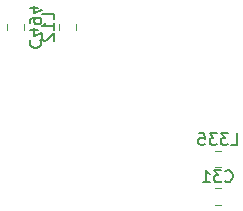
<source format=gbr>
%TF.GenerationSoftware,KiCad,Pcbnew,(5.1.10)-1*%
%TF.CreationDate,2021-09-06T20:05:53-04:00*%
%TF.ProjectId,BeagleBone-Black-Cape,42656167-6c65-4426-9f6e-652d426c6163,rev?*%
%TF.SameCoordinates,Original*%
%TF.FileFunction,Legend,Bot*%
%TF.FilePolarity,Positive*%
%FSLAX46Y46*%
G04 Gerber Fmt 4.6, Leading zero omitted, Abs format (unit mm)*
G04 Created by KiCad (PCBNEW (5.1.10)-1) date 2021-09-06 20:05:53*
%MOMM*%
%LPD*%
G01*
G04 APERTURE LIST*
%ADD10C,0.120000*%
%ADD11C,0.150000*%
G04 APERTURE END LIST*
D10*
%TO.C,L335*%
X140761352Y-96112400D02*
X140238848Y-96112400D01*
X140761352Y-94692400D02*
X140238848Y-94692400D01*
%TO.C,L12*%
X128510100Y-83956148D02*
X128510100Y-84478652D01*
X127090100Y-83956148D02*
X127090100Y-84478652D01*
%TO.C,C494*%
X122620100Y-84478652D02*
X122620100Y-83956148D01*
X124090100Y-84478652D02*
X124090100Y-83956148D01*
%TO.C,C31*%
X140761352Y-99312400D02*
X140238848Y-99312400D01*
X140761352Y-97842400D02*
X140238848Y-97842400D01*
%TO.C,L335*%
D11*
X141619147Y-94204780D02*
X142095338Y-94204780D01*
X142095338Y-93204780D01*
X141381052Y-93204780D02*
X140762004Y-93204780D01*
X141095338Y-93585733D01*
X140952480Y-93585733D01*
X140857242Y-93633352D01*
X140809623Y-93680971D01*
X140762004Y-93776209D01*
X140762004Y-94014304D01*
X140809623Y-94109542D01*
X140857242Y-94157161D01*
X140952480Y-94204780D01*
X141238195Y-94204780D01*
X141333433Y-94157161D01*
X141381052Y-94109542D01*
X140428671Y-93204780D02*
X139809623Y-93204780D01*
X140142957Y-93585733D01*
X140000100Y-93585733D01*
X139904861Y-93633352D01*
X139857242Y-93680971D01*
X139809623Y-93776209D01*
X139809623Y-94014304D01*
X139857242Y-94109542D01*
X139904861Y-94157161D01*
X140000100Y-94204780D01*
X140285814Y-94204780D01*
X140381052Y-94157161D01*
X140428671Y-94109542D01*
X138904861Y-93204780D02*
X139381052Y-93204780D01*
X139428671Y-93680971D01*
X139381052Y-93633352D01*
X139285814Y-93585733D01*
X139047719Y-93585733D01*
X138952480Y-93633352D01*
X138904861Y-93680971D01*
X138857242Y-93776209D01*
X138857242Y-94014304D01*
X138904861Y-94109542D01*
X138952480Y-94157161D01*
X139047719Y-94204780D01*
X139285814Y-94204780D01*
X139381052Y-94157161D01*
X139428671Y-94109542D01*
%TO.C,L12*%
X126602480Y-83574542D02*
X126602480Y-83098352D01*
X125602480Y-83098352D01*
X126602480Y-84431685D02*
X126602480Y-83860257D01*
X126602480Y-84145971D02*
X125602480Y-84145971D01*
X125745338Y-84050733D01*
X125840576Y-83955495D01*
X125888195Y-83860257D01*
X125697719Y-84812638D02*
X125650100Y-84860257D01*
X125602480Y-84955495D01*
X125602480Y-85193590D01*
X125650100Y-85288828D01*
X125697719Y-85336447D01*
X125792957Y-85384066D01*
X125888195Y-85384066D01*
X126031052Y-85336447D01*
X126602480Y-84765019D01*
X126602480Y-85384066D01*
%TO.C,C494*%
X124677957Y-85336447D02*
X124630338Y-85384066D01*
X124582719Y-85526923D01*
X124582719Y-85622161D01*
X124630338Y-85765019D01*
X124725576Y-85860257D01*
X124820814Y-85907876D01*
X125011290Y-85955495D01*
X125154147Y-85955495D01*
X125344623Y-85907876D01*
X125439861Y-85860257D01*
X125535100Y-85765019D01*
X125582719Y-85622161D01*
X125582719Y-85526923D01*
X125535100Y-85384066D01*
X125487480Y-85336447D01*
X125249385Y-84479304D02*
X124582719Y-84479304D01*
X125630338Y-84717400D02*
X124916052Y-84955495D01*
X124916052Y-84336447D01*
X124582719Y-83907876D02*
X124582719Y-83717400D01*
X124630338Y-83622161D01*
X124677957Y-83574542D01*
X124820814Y-83479304D01*
X125011290Y-83431685D01*
X125392242Y-83431685D01*
X125487480Y-83479304D01*
X125535100Y-83526923D01*
X125582719Y-83622161D01*
X125582719Y-83812638D01*
X125535100Y-83907876D01*
X125487480Y-83955495D01*
X125392242Y-84003114D01*
X125154147Y-84003114D01*
X125058909Y-83955495D01*
X125011290Y-83907876D01*
X124963671Y-83812638D01*
X124963671Y-83622161D01*
X125011290Y-83526923D01*
X125058909Y-83479304D01*
X125154147Y-83431685D01*
X125249385Y-82574542D02*
X124582719Y-82574542D01*
X125630338Y-82812638D02*
X124916052Y-83050733D01*
X124916052Y-82431685D01*
%TO.C,C31*%
X141142957Y-97254542D02*
X141190576Y-97302161D01*
X141333433Y-97349780D01*
X141428671Y-97349780D01*
X141571528Y-97302161D01*
X141666766Y-97206923D01*
X141714385Y-97111685D01*
X141762004Y-96921209D01*
X141762004Y-96778352D01*
X141714385Y-96587876D01*
X141666766Y-96492638D01*
X141571528Y-96397400D01*
X141428671Y-96349780D01*
X141333433Y-96349780D01*
X141190576Y-96397400D01*
X141142957Y-96445019D01*
X140809623Y-96349780D02*
X140190576Y-96349780D01*
X140523909Y-96730733D01*
X140381052Y-96730733D01*
X140285814Y-96778352D01*
X140238195Y-96825971D01*
X140190576Y-96921209D01*
X140190576Y-97159304D01*
X140238195Y-97254542D01*
X140285814Y-97302161D01*
X140381052Y-97349780D01*
X140666766Y-97349780D01*
X140762004Y-97302161D01*
X140809623Y-97254542D01*
X139238195Y-97349780D02*
X139809623Y-97349780D01*
X139523909Y-97349780D02*
X139523909Y-96349780D01*
X139619147Y-96492638D01*
X139714385Y-96587876D01*
X139809623Y-96635495D01*
%TD*%
M02*

</source>
